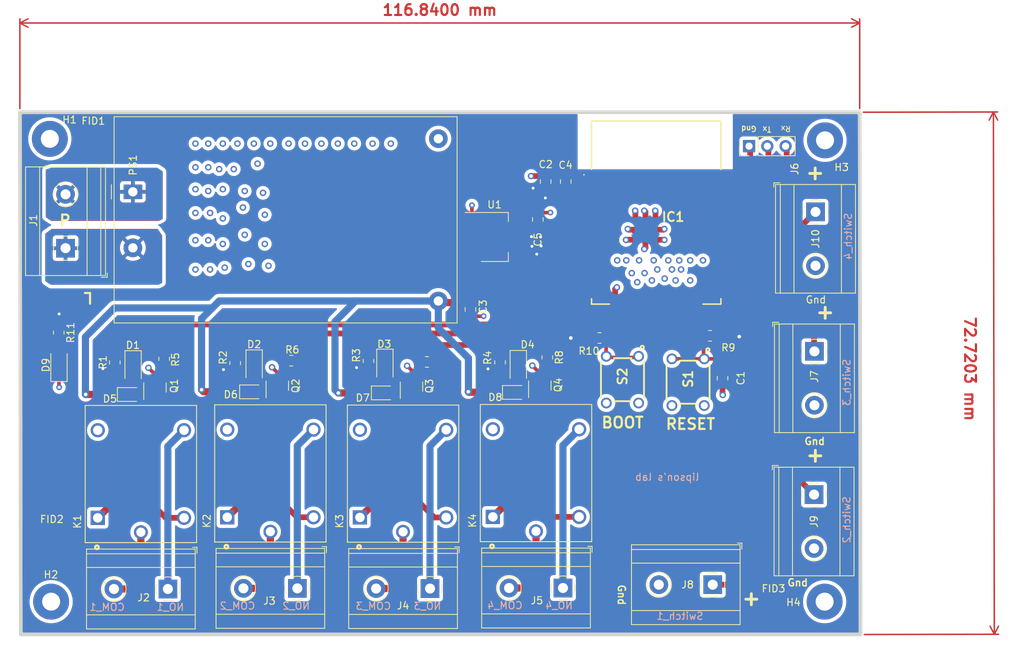
<source format=kicad_pcb>
(kicad_pcb (version 20221018) (generator pcbnew)
  (layers (0 "F.Cu" signal) (1 "In1.Cu" signal) (2 "In2.Cu" signal) (31 "B.Cu" signal) (34 "B.Paste" user) (35 "F.Paste" user) (36 "B.SilkS" user "B.Silkscreen") (37 "F.SilkS" user "F.Silkscreen") (38 "B.Mask" user) (39 "F.Mask" user) (44 "Edge.Cuts" user))
  (net 0 "")
  (net 1 "GND")
  (net 2 "/RESET")
  (net 3 "+3.3V")
  (net 4 "+5V")
  (net 5 "/Relay_1_T")
  (net 6 "/Relay_2_T")
  (net 7 "/Relay_3_T")
  (net 8 "/Relay_4_T")
  (net 9 "/EN")
  (net 12 "/Relay_3")
  (net 13 "/Relay_4")
  (net 14 "/Relay_1")
  (net 15 "/Relay_2")
  (net 27 "/Switch_1")
  (net 28 "/Switch_2")
  (net 30 "/Switch_3")
  (net 31 "/Switch_4")
  (net 34 "/Rx")
  (net 35 "/Tx")
  (net 38 "/N_AC")
  (net 43 "/Relay_1_R")
  (net 44 "/Relay_2_R")
  (net 45 "/Relay_3_R")
  (net 46 "/Relay_4_R")
  (net 51 "/Led_1")
  (net 52 "/Led_2")
  (net 53 "/Led_3")
  (net 54 "/Led_4")
  (net 55 "/NO_1")
  (net 56 "/COM_1")
  (net 57 "/NO_2")
  (net 58 "/COM_2")
  (net 59 "/NO_3")
  (net 60 "/COM_3")
  (net 61 "/NO_4")
  (net 62 "/COM_4")
  (net 63 "/P_AC")
  (net 64 "Net-(D9-A)")
  (footprint "Diode_SMD:D_0805_2012Metric" (layer "F.Cu") (at 136.1034 84.9372)
    (fp_text reference "D8")
    (fp_text value "D")
  )
  (footprint "Resistor_SMD:R_0805_2012Metric" (layer "F.Cu") (at 115.7672 80.5634 90)
    (fp_text reference "R3")
    (fp_text value "330")
  )
  (footprint "Capacitor_SMD:C_0805_2012Metric" (layer "F.Cu") (at 165.0234 82.9552 90)
    (fp_text reference "C1")
    (fp_text value "0.1uF")
  )
  (footprint "Fiducial:Fiducial_1.5mm_Mask3mm" (layer "F.Cu") (at 172.1206 114.7318)
    (fp_text reference "FID3")
    (fp_text value "Fiducial")
  )
  (footprint "Capacitor_SMD:C_0805_2012Metric" (layer "F.Cu") (at 139.3292 60.8584 90)
    (fp_text reference "C5")
    (fp_text value "10nF 10V")
  )
  (footprint "Capacitor_SMD:C_0805_2012Metric" (layer "F.Cu") (at 129.9566 73.3806 -90)
    (fp_text reference "C3")
    (fp_text value "10nF 10V")
  )
  (footprint "Package_TO_SOT_SMD:SOT-23" (layer "F.Cu") (at 121.7524 84.1248 90)
    (fp_text reference "Q3")
    (fp_text value "PNP_Transistor")
  )
  (footprint "Capacitor_SMD:C_0805_2012Metric" (layer "F.Cu") (at 140.4214 55.5752 90)
    (fp_text reference "C2")
    (fp_text value "22uF 10V")
  )
  (footprint "Resistor_SMD:R_0805_2012Metric" (layer "F.Cu") (at 140.65 80.0627 -90)
    (fp_text reference "R8")
    (fp_text value "2.2K")
  )
  (footprint "Converter_ACDC:Converter_ACDC_HiLink_HLK-10Mxx" (layer "F.Cu") (at 82.9869 57.0092)
    (fp_text reference "PS1")
    (fp_text value "HLK-10M05")
  )
  (footprint "FSM4JH_Tactile_Switch:FSM4JH" (layer "F.Cu") (at 160.2334 83.5152 -90)
    (fp_text reference "S1")
    (fp_text value "FSM4JH" hide)
  )
  (footprint "Package_TO_SOT_SMD:SOT-23" (layer "F.Cu") (at 139.6086 83.9724 90)
    (fp_text reference "Q4")
    (fp_text value "PNP_Transistor")
  )
  (footprint "LED_SMD:LED_1206_3216Metric" (layer "F.Cu") (at 99.8576 81.3054 -90)
    (fp_text reference "D2")
    (fp_text value "LED")
  )
  (footprint "Capacitor_SMD:C_0805_2012Metric" (layer "F.Cu") (at 143.2154 55.5752 90)
    (fp_text reference "C4")
    (fp_text value "100nF 10V")
  )
  (footprint "Resistor_SMD:R_0805_2012Metric" (layer "F.Cu") (at 72.6796 76.6064 -90)
    (fp_text reference "R11")
    (fp_text value "330")
  )
  (footprint "MountingHole:MountingHole_2.5mm_Pad" (layer "F.Cu") (at 71.6128 114.0714)
    (fp_text reference "H2")
    (fp_text value "MountingHole_Pad")
  )
  (footprint "RELAY_SRD-05VDC-SL-C:RELAY_SRD-05VDC-SL-C" (layer "F.Cu") (at 139.0752 96.167 90)
    (fp_text reference "K4")
    (fp_text value "SRD-05VDC-SL-C")
  )
  (footprint "RELAY_SRD-05VDC-SL-C:RELAY_SRD-05VDC-SL-C" (layer "F.Cu") (at 120.5784 96.2446 90)
    (fp_text reference "K3")
    (fp_text value "SRD-05VDC-SL-C")
  )
  (footprint "TerminalBlock_MetzConnect:TerminalBlock_MetzConnect_Type175_RT02702HBLC_1x02_P7.50mm_Horizontal" (layer "F.Cu") (at 163.6624 111.7092 180)
    (fp_text reference "J8")
    (fp_text value "Screw_Terminal_01x02")
  )
  (footprint "ESP32-WROOM-32E-N8:ESP32WROOM32EN8" (layer "F.Cu") (at 155.8014 59.8932)
    (fp_text reference "IC1")
    (fp_text value "ESP32-WROOM-32E-N8" hide)
  )
  (footprint "TerminalBlock_MetzConnect:TerminalBlock_MetzConnect_Type175_RT02702HBLC_1x02_P7.50mm_Horizontal" (layer "F.Cu") (at 177.7594 99.1616 -90)
    (fp_text reference "J9")
    (fp_text value "Screw_Terminal_01x02")
  )
  (footprint "Resistor_SMD:R_0805_2012Metric" (layer "F.Cu") (at 97.216 80.8482 90)
    (fp_text reference "R2")
    (fp_text value "330")
  )
  (footprint "Package_TO_SOT_SMD:SOT-23" (layer "F.Cu") (at 103.0834 83.9978 90)
    (fp_text reference "Q2")
    (fp_text value "PNP_Transistor")
  )
  (footprint "Resistor_SMD:R_0805_2012Metric" (layer "F.Cu") (at 163.2944 77.055 180)
    (fp_text reference "R9")
    (fp_text value "10K")
  )
  (footprint "RELAY_SRD-05VDC-SL-C:RELAY_SRD-05VDC-SL-C" (layer "F.Cu") (at 102.1182 96.2178 90)
    (fp_text reference "K2")
    (fp_text value "SRD-05VDC-SL-C")
  )
  (footprint "MountingHole:MountingHole_2.5mm_Pad" (layer "F.Cu") (at 179.2326 114.0714)
    (fp_text reference "H4")
    (fp_text value "MountingHole_Pad")
  )
  (footprint "Fiducial:Fiducial_1.5mm_Mask3mm" (layer "F.Cu") (at 77.3024 49.3522)
    (fp_text reference "FID1")
    (fp_text value "Fiducial")
  )
  (footprint "MountingHole:MountingHole_2.5mm_Pad" (layer "F.Cu") (at 71.435 49.6316)
    (fp_text reference "H1")
    (fp_text value "MountingHole_Pad")
  )
  (footprint "TerminalBlock_MetzConnect:TerminalBlock_MetzConnect_Type175_RT02702HBLC_1x02_P7.50mm_Horizontal" (layer "F.Cu") (at 87.854 112.3066 180)
    (fp_text reference "J2")
    (fp_text value "Relay_1")
  )
  (footprint "Package_TO_SOT_SMD:SOT-23" (layer "F.Cu") (at 86.061 84.2495 90)
    (fp_text reference "Q1")
    (fp_text value "PNP_Transistor")
  )
  (footprint "Diode_SMD:D_0805_2012Metric" (layer "F.Cu") (at 82.5094 85.2262)
    (fp_text reference "D5")
    (fp_text value "D")
  )
  (footprint "Resistor_SMD:R_0805_2012Metric" (layer "F.Cu") (at 80.4774 80.7577 90)
    (fp_text reference "R1")
    (fp_text value "150")
  )
  (footprint "Diode_SMD:D_0805_2012Metric" (layer "F.Cu") (at 117.85 85.0054)
    (fp_text reference "D7")
    (fp_text value "D")
  )
  (footprint "TerminalBlock_MetzConnect:TerminalBlock_MetzConnect_Type175_RT02702HBLC_1x02_P7.50mm_Horizontal" (layer "F.Cu") (at 73.6194 64.8532 90)
    (fp_text reference "J1")
    (fp_text value "Input")
  )
  (footprint "LED_SMD:LED_1206_3216Metric" (layer "F.Cu") (at 118.0532 81.1954 -90)
    (fp_text reference "D3")
    (fp_text value "LED")
  )
  (footprint "TerminalBlock_MetzConnect:TerminalBlock_MetzConnect_Type175_RT02702HBLC_1x02_P7.50mm_Horizontal" (layer "F.Cu") (at 105.8682 112.2198 180)
    (fp_text reference "J3")
    (fp_text value "Relay_2")
  )
  (footprint "TerminalBlock_MetzConnect:TerminalBlock_MetzConnect_Type175_RT02702HBLC_1x02_P7.50mm_Horizontal" (layer "F.Cu") (at 177.8102 79.2226 -90)
    (fp_text reference "J7")
    (fp_text value "Screw_Terminal_01x02")
  )
  (footprint "LED_SMD:LED_1206_3216Metric" (layer "F.Cu") (at 83.0174 81.4162 -90)
    (fp_text reference "D1")
    (fp_text value "LED")
  )
  (footprint "Diode_SMD:D_0805_2012Metric" (layer "F.Cu") (at 99.5274 84.8614)
    (fp_text reference "D6")
    (fp_text value "D")
  )
  (footprint "MountingHole:MountingHole_2.5mm_Pad" (layer "F.Cu") (at 179.2834 49.8348)
    (fp_text reference "H3")
    (fp_text value "MountingHole_Pad")
  )
  (footprint "Resistor_SMD:R_0805_2012Metric" (layer "F.Cu") (at 123.8952 80.6874 180)
    (fp_text reference "R7" hide)
    (fp_text value "2.2K")
  )
  (footprint "TerminalBlock_MetzConnect:TerminalBlock_MetzConnect_Type175_RT02702HBLC_1x02_P7.50mm_Horizontal" (layer "F.Cu") (at 142.8252 112.169 180)
    (fp_text reference "J5")
    (fp_text value "Relay_4")
  )
  (footprint "Resistor_SMD:R_0805_2012Metric" (layer "F.Cu") (at 87.3354 80.2497 90)
    (fp_text reference "R5")
    (fp_text value "2.2K")
  )
  (footprint "Resistor_SMD:R_0805_2012Metric" (layer "F.Cu") (at 147.9149 77.361)
    (fp_text reference "R10")
    (fp_text value "10K")
  )
  (footprint "Connector_PinHeader_2.54mm:PinHeader_1x03_P2.54mm_Vertical" (layer "F.Cu") (at 168.717 50.6476 90)
    (fp_text reference "J6")
    (fp_text value "Conn_01x03_Pin")
  )
  (footprint "TerminalBlock_MetzConnect:TerminalBlock_MetzConnect_Type175_RT02702HBLC_1x02_P7.50mm_Horizontal" (layer "F.Cu") (at 177.9626 59.8008 -90)
    (fp_text reference "J10")
    (fp_text value "Screw_Terminal_01x02")
  )
  (footprint "Package_TO_SOT_SMD:SOT-223-3_TabPin2" (layer "F.Cu") (at 133.3094 63.2968)
    (fp_text reference "U1")
    (fp_text value "AMS1117-3.3")
  )
  (footprint "LED_SMD:LED_1206_3216Metric" (layer "F.Cu") (at 72.705 81.1325 90)
    (fp_text reference "D9")
    (fp_text value "ON_LED")
  )
  (footprint "LED_SMD:LED_1206_3216Metric" (layer "F.Cu") (at 136.6114 81.3812 -90)
    (fp_text reference "D4")
    (fp_text value "LED")
  )
  (footprint "Resistor_SMD:R_0805_2012Metric" (layer "F.Cu") (at 105.0138 80.518 180)
    (fp_text reference "R6")
    (fp_text value "2.2K")
  )
  (footprint "RELAY_SRD-05VDC-SL-C:RELAY_SRD-05VDC-SL-C" (layer "F.Cu") (at 84.104 96.3006 90)
    (fp_text reference "K1")
    (fp_text value "SRD-05VDC-SL-C")
  )
  (footprint "Fiducial:Fiducial_1.5mm_Mask3mm" (layer "F.Cu") (at 71.7144 105.0798)
    (fp_text reference "FID2")
    (fp_text value "Fiducial")
  )
  (footprint "TerminalBlock_MetzConnect:TerminalBlock_MetzConnect_Type175_RT02702HBLC_1x02_P7.50mm_Horizontal" (layer "F.Cu") (at 124.3284 112.2466 180)
    (fp_text reference "J4")
    (fp_text value "Relay_3")
  )
  (footprint "FSM4JH_Tactile_Switch:FSM4JH" (layer "F.Cu") (at 151.1042 83.1608 -90)
    (fp_text reference "S2")
    (fp_text value "FSM4JH" hide)
  )
  (footprint "Resistor_SMD:R_0805_2012Metric" (layer "F.Cu") (at 134.0714 80.7492 90)
    (fp_text reference "R4")
    (fp_text value "330")
  )
  (gr_line (start 67.2694 45.9232) (end 166.3294 45.9232) (stroke (width 0.5)) (layer "Edge.Cuts"))
  (gr_line (start 184.2364 118.6434) (end 67.3964 118.6434) (stroke (width 0.5)) (layer "Edge.Cuts"))
  (gr_line (start 184.1094 45.9232) (end 184.2364 118.6434) (stroke (width 0.5)) (layer "Edge.Cuts"))
  (gr_line (start 166.3294 45.9232) (end 184.1094 45.9232) (stroke (width 0.5)) (layer "Edge.Cuts"))
  (gr_line (start 67.3964 118.6434) (end 67.2694 45.9232) (stroke (width 0.5)) (layer "Edge.Cuts"))
  (gr_text "lipson's lab" (at 161.8844 97.3074) (layer "B.SilkS") (effects (font (size 1 1)) (justify left bottom mirror)))
  (gr_text "NO_1" (at 90.2 115.4176) (layer "B.SilkS") (effects (font (size 1 1)) (justify left bottom mirror)))
  (gr_text "NO_3" (at 125.9794 115.2746) (layer "B.SilkS") (effects (font (size 1 1)) (justify left bottom mirror)))
  (gr_text "COM_4" (at 137.2972 115.189) (layer "B.SilkS") (effects (font (size 1 1)) (justify left bottom mirror)))
  (gr_text "NO_2" (at 107.7062 115.2398) (layer "B.SilkS") (effects (font (size 1 1)) (justify left bottom mirror)))
  (gr_text "Switch_4" (at 183.0934 59.8424 90) (layer "B.SilkS") (effects (font (size 1 1)) (justify left bottom mirror)))
  (gr_text "Switch_1" (at 162.4524 116.6622) (layer "B.SilkS") (effects (font (size 1 1)) (justify left bottom mirror)))
  (gr_text "NO_4" (at 144.2822 115.189) (layer "B.SilkS") (effects (font (size 1 1)) (justify left bottom mirror)))
  (gr_text "COM_1" (at 81.945 115.4176) (layer "B.SilkS") (effects (font (size 1 1)) (justify left bottom mirror)))
  (gr_text "Switch_3" (at 182.8902 80.1878 90) (layer "B.SilkS") (effects (font (size 1 1)) (justify left bottom mirror)))
  (gr_text "COM_3" (at 118.9944 115.2746) (layer "B.SilkS") (effects (font (size 1 1)) (justify left bottom mirror)))
  (gr_text "COM_2" (at 100.0862 115.2398) (layer "B.SilkS") (effects (font (size 1 1)) (justify left bottom mirror)))
  (gr_text "Switch_2" (at 182.8902 99.314 90) (layer "B.SilkS") (effects (font (size 1 1)) (justify left bottom mirror)))
  (gr_text "Rx" (at 174.5844 47.7774 180) (layer "F.SilkS") (effects (font (size 0.75 0.75) (thickness 0.125)) (justify left bottom)))
  (gr_text "Gnd" (at 169.8346 47.7774 180) (layer "F.SilkS") (effects (font (size 0.75 0.75)) (justify left bottom)))
  (gr_text "+" (at 167.5324 114.7572) (layer "F.SilkS") (effects (font (size 2 2) (thickness 0.4) bold) (justify left bottom)))
  (gr_text "Gnd" (at 150.3874 111.5822 -90) (layer "F.SilkS") (effects (font (size 1 1) (thickness 0.2) bold) (justify left bottom)))
  (gr_text "Tx" (at 171.892 47.8536 180) (layer "F.SilkS") (effects (font (size 0.75 0.75)) (justify left bottom)))
  (gr_text "Gnd" (at 176.3116 92.329) (layer "F.SilkS") (effects (font (size 1 1) (thickness 0.2) bold) (justify left bottom)))
  (gr_text "Gnd" (at 173.9494 112.014) (layer "F.SilkS") (effects (font (size 1 1) (thickness 0.2) bold) (justify left bottom)))
  (gr_text "+" (at 176.4132 55.4736) (layer "F.SilkS") (effects (font (size 2 2) (thickness 0.4) bold) (justify left bottom)))
  (gr_text "Gnd" (at 176.5148 72.6186) (layer "F.SilkS") (effects (font (size 1 1) (thickness 0.15) bold) (justify left bottom)))
  (gr_text "+" (at 177.8102 74.8792) (layer "F.SilkS") (effects (font (size 2 2) (thickness 0.4) bold) (justify left bottom)))
  (gr_text "RESET" (at 156.972 90.2208) (layer "F.SilkS") (effects (font (size 1.5 1.5) (thickness 0.3) bold) (justify left bottom)))
  (gr_text "+" (at 176.4386 94.7928) (layer "F.SilkS") (effects (font (size 2 2) (thickness 0.4) bold) (justify left bottom)))
  (gr_text "L" (at 77.5818 70.8914 180) (layer "F.SilkS") (effects (font (size 1.5 1.5) (thickness 0.3) bold) (justify left bottom)))
  (gr_text "P" (at 72.6034 61.8744) (layer "F.SilkS") (effects (font (size 1.5 1.5) (thickness 0.3) bold) (justify left bottom)))
  (gr_text "BOOT" (at 148.0312 90.0176) (layer "F.SilkS") (effects (font (size 1.5 1.5) (thickness 0.3) bold) (justify left bottom)))
  (dimension (type aligned) (layer "F.Cu") (pts (xy 184.1094 45.9232) (xy 184.2364 118.6434)) (height -18.603873) (gr_text "72.7203 mm" (at 199.4662 81.661 270.1000624) (layer "F.Cu") (effects (font (size 1.5 1.5) (thickness 0.3)))) (format (prefix "") (suffix "") (units 3) (units_format 1) (precision 4)) (style (thickness 0.2) (arrow_length 1.27) (text_position_mode 2) (extension_height 0.58642) (extension_offset 0.5) keep_text_aligned))
  (dimension (type aligned) (layer "F.Cu") (pts (xy 67.2694 45.9232) (xy 184.1094 45.9232)) (height -12.4206) (gr_text "116.8400 mm" (at 125.6894 31.7026) (layer "F.Cu") (effects (font (size 1.5 1.5) (thickness 0.3)))) (format (prefix "") (suffix "") (units 3) (units_format 1) (precision 4)) (style (thickness 0.2) (arrow_length 1.27) (text_position_mode 0) (extension_height 0.58642) (extension_offset 0.5) keep_text_aligned))
  (segment (start 150.0864 72.3192) (end 150.0864 70.5482) (width 0.8) (layer "F.Cu") (net 1))
  (segment (start 139.3292 59.9084) (end 141.0666 59.9084) (width 0.5) (layer "F.Cu") (net 1))
  (segment (start 151.9514 62.2792) (end 151.8514 62.1792) (width 0.8) (layer "F.Cu") (net 1))
  (segment (start 154.3014 60.8792) (end 154.3014 59.8032) (width 0.8) (layer "F.Cu") (net 1))
  (segment (start 154.3014 64.8092) (end 154.1374 64.9732) (width 0.8) (layer "F.Cu") (net 1))
  (segment (start 155.7014 62.2792) (end 156.8314 62.2792) (width 0.8) (layer "F.Cu") (net 1))
  (segment (start 154.3014 63.6792) (end 154.3014 64.8092) (width 0.8) (layer "F.Cu") (net 1))
  (segment (start 140.2334 54.8132) (end 140.4214 54.6252) (width 0.8) (layer "F.Cu") (net 1))
  (segment (start 155.7014 63.6792) (end 156.9074 63.6792) (width 0.8) (layer "F.Cu") (net 1))
  (segment (start 152.9014 62.2792) (end 151.9514 62.2792) (width 0.8) (layer "F.Cu") (net 1))
  (segment (start 152.9014 59.6732) (end 152.8674 59.6392) (width 0.8) (layer "F.Cu") (net 1))
  (segment (start 152.9014 60.8792) (end 152.9014 59.6732) (width 0.8) (layer "F.Cu") (net 1))
  (segment (start 154.3014 59.8032) (end 154.1374 59.6392) (width 0.8) (layer "F.Cu") (net 1))
  (segment (start 139.6086 82.2452) (end 138.5672 81.2038) (width 0.5) (layer "F.Cu") (net 1))
  (segment (start 131.7752 74.3306) (end 131.7854 74.3204) (width 0.5) (layer "F.Cu") (net 1))
  (segment (start 143.2154 54.6252) (end 146.9854 54.6252) (width 0.8) (layer "F.Cu") (net 1))
  (segment (start 72.705 82.5325) (end 72.705 84.201) (width 0.5) (layer "F.Cu") (net 1))
  (segment (start 164.5514 54.5592) (end 167.3454 54.5592) (width 0.8) (layer "F.Cu") (net 1))
  (segment (start 121.7524 81.8388) (end 121.1428 81.2292) (width 0.5) (layer "F.Cu") (net 1))
  (segment (start 138.3894 54.8132) (end 140.2334 54.8132) (width 0.8) (layer "F.Cu") (net 1))
  (segment (start 155.7014 60.8792) (end 155.7014 59.6792) (width 0.8) (layer "F.Cu") (net 1))
  (segment (start 72.705 84.201) (end 72.7304 84.2264) (width 0.5) (layer "F.Cu") (net 1))
  (segment (start 130.1594 58.8776) (end 130.1598 58.8772) (width 0.5) (layer "F.Cu") (net 1))
  (segment (start 168.8694 53.0352) (end 168.8694 50.8) (width 0.8) (layer "F.Cu") (net 1))
  (segment (start 130.1594 60.9968) (end 130.1594 58.8776) (width 0.5) (layer "F.Cu") (net 1))
  (segment (start 151.6214 63.6792) (end 151.5974 63.7032) (width 0.8) (layer "F.Cu") (net 1))
  (segment (start 150.0864 70.5482) (end 150.3274 70.3072) (width 0.8) (layer "F.Cu") (net 1))
  (segment (start 155.7014 59.6792) (end 155.6614 59.6392) (width 0.8) (layer "F.Cu") (net 1))
  (segment (start 152.9014 63.6792) (end 151.6214 63.6792) (width 0.8) (layer "F.Cu") (net 1))
  (segment (start 165.0234 83.9052) (end 165.0234 85.2572) (width 0.8) (layer "F.Cu") (net 1))
  (segment (start 86.061 83.312) (end 86.061 82.4186) (width 0.5) (layer "F.Cu") (net 1))
  (segment (start 168.8694 50.8) (end 168.717 50.6476) (width 0.8) (layer "F.Cu") (net 1))
  (segment (start 103.0834 83.0603) (end 103.0834 82.169) (width 0.5) (layer "F.Cu") (net 1))
  (segment (start 167.3454 54.5592) (end 168.8694 53.0352) (width 0.8) (layer "F.Cu") (net 1))
  (segment (start 156.9074 63.6792) (end 156.9314 63.7032) (width 0.8) (layer "F.Cu") (net 1))
  (segment (start 154.3014 62.2792) (end 154.3014 60.8792) (width 0.8) (layer "F.Cu") (net 1))
  (segment (start 146.9854 54.6252) (end 147.0514 54.5592) (width 0.8) (layer "F.Cu") (net 1))
  (segment (start 156.8314 62.2792) (end 156.9314 62.1792) (width 0.8) (layer "F.Cu") (net 1))
  (segment (start 103.0834 82.169) (end 102.3468 81.4324) (width 0.5) (layer "F.Cu") (net 1))
  (segment (start 140.4214 54.6252) (end 143.2154 54.6252) (width 0.8) (layer "F.Cu") (net 1))
  (segment (start 165.0234 85.2572) (end 165.0594 85.2932) (width 0.8) (layer "F.Cu") (net 1))
  (segment (start 86.061 82.4186) (end 85.151 81.5086) (width 0.5) (layer "F.Cu") (net 1))
  (segment (start 129.9566 74.3306) (end 131.7752 74.3306) (width 0.5) (layer "F.Cu") (net 1))
  (segment (start 139.6086 83.0349) (end 139.6086 82.2452) (width 0.5) (layer "F.Cu") (net 1))
  (segment (start 121.7524 83.1873) (end 121.7524 81.8388) (width 0.5) (layer "F.Cu") (net 1))
  (segment (start 141.0666 59.9084) (end 141.0818 59.8932) (width 0.5) (layer "F.Cu") (net 1))
  (via (at 104.648 50.292) (size 0.9) (drill 0.5) (layers "F.Cu" "B.Cu") (net 1))
  (via (at 101.854 67.31) (size 0.9) (drill 0.5) (layers "F.Cu" "B.Cu") (net 1))
  (via (at 106.934 50.292) (size 0.9) (drill 0.5) (layers "F.Cu" "B.Cu") (net 1))
  (via (at 85.151 81.5086) (size 0.9) (drill 0.5) (layers "F.Cu" "B.Cu") (net 1))
  (via (at 94.996 53.848) (size 0.9) (drill 0.5) (layers "F.Cu" "B.Cu") (net 1))
  (via (at 153.162 69.596) (size 0.9) (drill 0.5) (layers "F.Cu" "B.Cu") (net 1))
  (via (at 151.638 66.548) (size 0.9) (drill 0.5) (layers "F.Cu" "B.Cu") (net 1))
  (via (at 93.472 56.896) (size 0.9) (drill 0.5) (layers "F.Cu" "B.Cu") (net 1))
  (via (at 155.194 69.342) (size 0.9) (drill 0.5) (layers "F.Cu" "B.Cu") (net 1))
  (via (at 109.22 50.292) (size 0.9) (drill 0.5) (layers "F.Cu" "B.Cu") (net 1))
  (via (at 98.552 62.992) (size 0.9) (drill 0.5) (layers "F.Cu" "B.Cu") (net 1))
  (via (at 138.3894 54.8132) (size 0.9) (drill 0.5) (layers "F.Cu" "B.Cu") (net 1))
  (via (at 102.108 50.292) (size 0.9) (drill 0.5) (layers "F.Cu" "B.Cu") (net 1))
  (via (at 150.368 66.548) (size 0.9) (drill 0.5) (layers "F.Cu" "B.Cu") (net 1))
  (via (at 95.758 67.564) (size 0.9) (drill 0.5) (layers "F.Cu" "B.Cu") (net 1))
  (via (at 91.694 59.944) (size 0.9) (drill 0.5) (layers "F.Cu" "B.Cu") (net 1))
  (via (at 93.472 50.292) (size 0.9) (drill 0.5) (layers "F.Cu" "B.Cu") (net 1))
  (via (at 151.8514 62.1792) (size 0.9) (drill 0.5) (layers "F.Cu" "B.Cu") (net 1))
  (via (at 151.5974 63.7032) (size 0.9) (drill 0.5) (layers "F.Cu" "B.Cu") (net 1))
  (via (at 95.504 60.706) (size 0.9) (drill 0.5) (layers "F.Cu" "B.Cu") (net 1))
  (via (at 101.346 64.262) (size 0.9) (drill 0.5) (layers "F.Cu" "B.Cu") (net 1))
  (via (at 72.7304 84.2264) (size 0.8) (drill 0.4) (layers "F.Cu" "B.Cu") (net 1))
  (via (at 93.472 63.754) (size 0.9) (drill 0.5) (layers "F.Cu" "B.Cu") (net 1))
  (via (at 101.092 57.15) (size 0.9) (drill 0.5) (layers "F.Cu" "B.Cu") (net 1))
  (via (at 154.1374 64.9732) (size 0.9) (drill 0.5) (layers "F.Cu" "B.Cu") (net 1))
  (via (at 138.5672 81.2038) (size 0.9) (drill 0.5) (layers "F.Cu" "B.Cu") (net 1))
  (via (at 121.1428 81.2292) (size 0.9) (drill 0.5) (layers "F.Cu" "B.Cu") (net 1))
  (via (at 118.872 50.292) (size 0.9) (drill 0.5) (layers "F.Cu" "B.Cu") (net 1))
  (via (at 153.416 66.548) (size 0.9) (drill 0.5) (layers "F.Cu" "B.Cu") (net 1))
  (via (at 130.1598 58.8772) (size 0.8) (drill 0.4) (layers "F.Cu" "B.Cu") (net 1))
  (via (at 113.792 50.292) (size 0.9) (drill 0.5) (layers "F.Cu" "B.Cu") (net 1))
  (via (at 111.506 50.292) (size 0.9) (drill 0.5) (layers "F.Cu" "B.Cu") (net 1))
  (via (at 156.9314 63.7032) (size 0.9) (drill 0.5) (layers "F.Cu" "B.Cu") (net 1))
  (via (at 155.448 66.548) (size 0.9) (drill 0.5) (layers "F.Cu" "B.Cu") (net 1))
  (via (at 95.504 56.642) (size 0.9) (drill 0.5) (layers "F.Cu" "B.Cu") (net 1))
  (via (at 93.726 67.818) (size 0.9) (drill 0.5) (layers "F.Cu" "B.Cu") (net 1))
  (via (at 154.178 68.326) (size 0.9) (drill 0.5) (layers "F.Cu" "B.Cu") (net 1))
  (via (at 162.306 66.548) (size 0.9) (drill 0.5) (layers "F.Cu" "B.Cu") (net 1))
  (via (at 91.694 67.818) (size 0.9) (drill 0.5) (layers "F.Cu" "B.Cu") (net 1))
  (via (at 159.004 66.548) (size 0.9) (drill 0.5) (layers "F.Cu" "B.Cu") (net 1))
  (via (at 101.346 60.198) (size 0.9) (drill 0.5) (layers "F.Cu" "B.Cu") (net 1))
  (via (at 97.536 50.292) (size 0.9) (drill 0.5) (layers "F.Cu" "B.Cu") (net 1))
  (via (at 141.0818 59.8932) (size 0.8) (drill 0.4) (layers "F.Cu" "B.Cu") (net 1))
  (via (at 159.258 67.818) (size 0.9) (drill 0.5) (layers "F.Cu" "B.Cu") (net 1))
  (via (at 160.528 66.548) (size 0.9) (drill 0.5) (layers "F.Cu" "B.Cu") (net 1))
  (via (at 91.694 53.594) (size 0.9) (drill 0.5) (layers "F.Cu" "B.Cu") (net 1))
  (via (at 157.988 67.818) (size 0.9) (drill 0.5) (layers "F.Cu" "B.Cu") (net 1))
  (via (at 102.3468 81.4324) (size 0.9) (drill 0.5) (layers "F.Cu" "B.Cu") (net 1))
  (via (at 91.694 56.642) (size 0.9) (drill 0.5) (layers "F.Cu" "B.Cu") (net 1))
  (via (at 116.332 50.292) (size 0.9) (drill 0.5) (layers "F.Cu" "B.Cu") (net 1))
  (via (at 97.028 53.848) (size 0.9) (drill 0.5) (layers "F.Cu" "B.Cu") (net 1))
  (via (at 131.7854 74.3204) (size 0.8) (drill 0.4) (layers "F.Cu" "B.Cu") (net 1))
  (via (at 156.972 69.088) (size 0.9) (drill 0.5) (layers "F.Cu" "B.Cu") (net 1))
  (via (at 152.8674 59.6392) (size 0.9) (drill 0.5) (layers "F.Cu" "B.Cu") (net 1))
  (via (at 93.726 59.944) (size 0.9) (drill 0.5) (layers "F.Cu" "B.Cu") (net 1))
  (via (at 155.6614 59.6392) (size 0.9) (drill 0.5) (layers "F.Cu" "B.Cu") (net 1))
  (via (at 150.3274 70.3072) (size 0.9) (drill 0.5) (layers "F.Cu" "B.Cu") (net 1))
  (via (at 93.472 53.594) (size 0.9) (drill 0.5) (layers "F.Cu" "B.Cu") (net 1))
  (via (at 157.48 66.548) (size 0.9) (drill 0.5) (layers "F.Cu" "B.Cu") (net 1))
  (via (at 156.9314 62.1792) (size 0.9) (drill 0.5) (layers "F.Cu" "B.Cu") (net 1))
  (via (at 100.33 53.086) (size 0.9) (drill 0.5) (layers "F.Cu" "B.Cu") (net 1))
  (via (at 158.496 69.342) (size 0.9) (drill 0.5) (layers "F.Cu" "B.Cu") (net 1))
  (via (at 95.504 50.292) (size 0.9) (drill 0.5) (layers "F.Cu" "B.Cu") (net 1))
  (via (at 95.504 64.262) (size 0.9) (drill 0.5) (layers "F.Cu" "B.Cu") (net 1))
  (via (at 165.0594 85.2932) (size 0.9) (drill 0.5) (layers "F.Cu" "B.Cu") (net 1))
  (via (at 91.694 50.292) (size 0.9) (drill 0.5) (layers "F.Cu" "B.Cu") (net 1))
  (via (at 99.822 50.292) (size 0.9) (drill 0.5) (layers "F.Cu" "B.Cu") (net 1))
  (via (at 155.956 67.818) (size 0.9) (drill 0.5) (layers "F.Cu" "B.Cu") (net 1))
  (via (at 99.06 67.056) (size 0.9) (drill 0.5) (layers "F.Cu" "B.Cu") (net 1))
  (via (at 152.4 68.326) (size 0.9) (drill 0.5) (layers "F.Cu" "B.Cu") (net 1))
  (via (at 91.694 63.754) (size 0.9) (drill 0.5) (layers "F.Cu" "B.Cu") (net 1))
  (via (at 154.1374 59.6392) (size 0.9) (drill 0.5) (layers "F.Cu" "B.Cu") (net 1))
  (via (at 160.528 69.342) (size 0.9) (drill 0.5) (layers "F.Cu" "B.Cu") (net 1))
  (via (at 98.298 59.182) (size 0.9) (drill 0.5) (layers "F.Cu" "B.Cu") (net 1))
  (via (at 98.552 56.896) (size 0.9) (drill 0.5) (layers "F.Cu" "B.Cu") (net 1))
  (segment (start 157.9834 80.2652) (end 162.4834 80.2652) (width 0.5) (layer "F.Cu") (net 2))
  (segment (start 164.5514 71.0692) (end 164.5514 73.3552) (width 0.5) (layer "F.Cu") (net 2))
  (segment (start 164.5514 73.3552) (end 162.5194 75.3872) (width 0.5) (layer "F.Cu") (net 2))
  (segment (start 162.5194 76.9175) (end 162.3819 77.055) (width 0.5) (layer "F.Cu") (net 2))
  (segment (start 162.3819 77.055) (end 162.3819 80.1637) (width 0.5) (layer "F.Cu") (net 2))
  (segment (start 164.4726 80.2652) (end 165.0234 80.816) (width 0.5) (layer "F.Cu") (net 2))
  (segment (start 162.3819 80.1637) (end 162.4834 80.2652) (width 0.5) (layer "F.Cu") (net 2))
  (segment (start 162.5194 75.3872) (end 162.5194 76.9175) (width 0.5) (layer "F.Cu") (net 2))
  (segment (start 165.0234 80.816) (end 165.0234 82.0052) (width 0.5) (layer "F.Cu") (net 2))
  (segment (start 162.4834 80.2652) (end 164.4726 80.2652) (width 0.5) (layer "F.Cu") (net 2))
  (segment (start 134.0714 81.6617) (end 132.3957 81.6617) (width 0.5) (layer "F.Cu") (net 3))
  (segment (start 140.4214 57.8104) (end 140.3706 57.8612) (width 0.5) (layer "F.Cu") (net 3))
  (segment (start 114.1143 81.4759) (end 114.107 81.4832) (width 0.5) (layer "F.Cu") (net 3))
  (segment (start 164.3171 77.1652) (end 164.2069 77.055) (width 1) (layer "F.Cu") (net 3))
  (segment (start 138.7044 56.5252) (end 138.6688 56.4896) (width 0.5) (layer "F.Cu") (net 3))
  (segment (start 140.4214 56.5252) (end 138.7044 56.5252) (width 0.5) (layer "F.Cu") (net 3))
  (segment (start 144.8054 56.5252) (end 143.2154 56.5252) (width 0.8) (layer "F.Cu") (net 3))
  (segment (start 95.5923 81.7607) (end 95.5904 81.7626) (width 0.5) (layer "F.Cu") (net 3))
  (segment (start 140.4214 56.5252) (end 143.2154 56.5252) (width 0.5) (layer "F.Cu") (net 3))
  (segment (start 72.6796 75.6939) (end 72.6796 74.0664) (width 0.5) (layer "F.Cu") (net 3))
  (segment (start 80.4774 81.6702) (end 78.861 81.6702) (width 0.5) (layer "F.Cu") (net 3))
  (segment (start 140.4214 56.5252) (end 140.4214 57.8104) (width 0.5) (layer "F.Cu") (net 3))
  (segment (start 132.3957 81.6617) (end 132.395 81.661) (width 0.5) (layer "F.Cu") (net 3))
  (segment (start 143.9192 77.361) (end 147.0024 77.361) (width 1) (layer "F.Cu") (net 3))
  (segment (start 147.0514 55.8292) (end 145.5014 55.8292) (width 0.8) (layer "F.Cu") (net 3))
  (segment (start 97.216 81.7607) (end 95.5923 81.7607) (width 0.5) (layer "F.Cu") (net 3))
  (segment (start 145.5014 55.8292) (end 144.8054 56.5252) (width 0.8) (layer "F.Cu") (net 3))
  (segment (start 72.6796 74.0664) (end 72.7304 74.0156) (width 0.5) (layer "F.Cu") (net 3))
  (segment (start 78.861 81.6702) (end 78.8264 81.6356) (width 0.5) (layer "F.Cu") (net 3))
  (segment (start 115.7672 81.4759) (end 114.1143 81.4759) (width 0.5) (layer "F.Cu") (net 3))
  (segment (start 167.3454 77.1652) (end 164.3171 77.1652) (width 1) (layer "F.Cu") (net 3))
  (via (at 132.395 81.661) (size 0.8) (drill 0.4) (layers "F.Cu" "B.Cu") (net 3))
  (via (at 138.6688 56.4896) (size 0.8) (drill 0.4) (layers "F.Cu" "B.Cu") (net 3))
  (via (at 139.1768 65.6844) (size 0.8) (drill 0.4) (layers "F.Cu" "B.Cu") (net 3))
  (via (at 72.7304 74.0156) (size 0.8) (drill 0.4) (layers "F.Cu" "B.Cu") (net 3))
  (via (at 143.9192 77.361) (size 0.9) (drill 0.5) (layers "F.Cu" "B.Cu") (net 3))
  (via (at 140.3706 57.8612) (size 0.8) (drill 0.4) (layers "F.Cu" "B.Cu") (net 3))
  (via (at 114.107 81.4832) (size 0.8) (drill 0.4) (layers "F.Cu" "B.Cu") (net 3))
  (via (at 138.4402 63.246) (size 0.8) (drill 0.4) (layers "F.Cu" "B.Cu") (net 3))
  (via (at 167.3454 77.1652) (size 0.9) (drill 0.5) (layers "F.Cu" "B.Cu") (net 3))
  (via (at 139.7102 63.2968) (size 0.8) (drill 0.4) (layers "F.Cu" "B.Cu") (net 3))
  (via (at 78.8264 81.6356) (size 0.8) (drill 0.4) (layers "F.Cu" "B.Cu") (net 3))
  (via (at 138.5164 64.5922) (size 0.8) (drill 0.4) (layers "F.Cu" "B.Cu") (net 3))
  (via (at 139.7864 64.5414) (size 0.8) (drill 0.4) (layers "F.Cu" "B.Cu") (net 3))
  (via (at 95.5904 81.7626) (size 0.8) (drill 0.4) (layers "F.Cu" "B.Cu") (net 3))
  (segment (start 129.9566 66.1552) (end 130.5404 65.5714) (width 1) (layer "F.Cu") (net 4))
  (segment (start 98.5645 84.836) (end 98.5899 84.8614) (width 1) (layer "F.Cu") (net 4))
  (segment (start 116.9518 99.1501) (end 116.9887 99.187) (width 1) (layer "F.Cu") (net 4))
  (segment (start 116.9887 99.187) (end 116.9887 99.9343) (width 1) (layer "F.Cu") (net 4))
  (segment (start 135.1409 84.9122) (end 135.1659 84.9372) (width 1) (layer "F.Cu") (net 4))
  (segment (start 135.1659 100.1763) (end 133.0752 102.267) (width 1) (layer "F.Cu") (net 4))
  (segment (start 76.4134 85.217) (end 81.5627 85.217) (width 1) (layer "F.Cu") (net 4))
  (segment (start 92.5424 84.5566) (end 92.8218 84.836) (width 1) (layer "F.Cu") (net 4))
  (segment (start 135.1659 99.8207) (end 135.1659 100.1763) (width 1) (layer "F.Cu") (net 4))
  (segment (start 125.4869 72.4632) (end 125.4869 72.2092) (width 1) (layer "F.Cu") (net 4))
  (segment (start 98.5368 84.9145) (end 98.5368 99.8992) (width 1) (layer "F.Cu") (net 4))
  (segment (start 98.5899 84.8614) (end 98.5368 84.9145) (width 1) (layer "F.Cu") (net 4))
  (segment (start 116.9887 99.9343) (end 114.5784 102.3446) (width 1) (layer "F.Cu") (net 4))
  (segment (start 116.9518 85.0447) (end 116.9518 99.1501) (width 1) (layer "F.Cu") (net 4))
  (segment (start 116.9041 85.0138) (end 116.9125 85.0054) (width 1) (layer "F.Cu") (net 4))
  (segment (start 125.7083 72.4306) (end 129.9566 72.4306) (width 1) (layer "F.Cu") (net 4))
  (segment (start 135.1659 84.9372) (end 135.1659 99.8207) (width 1) (layer "F.Cu") (net 4))
  (segment (start 98.5368 99.8992) (end 96.1182 102.3178) (width 1) (layer "F.Cu") (net 4))
  (segment (start 111.567 85.0138) (end 116.9041 85.0138) (width 1) (layer "F.Cu") (net 4))
  (segment (start 81.5719 85.2262) (end 81.5719 98.7915) (width 1) (layer "F.Cu") (net 4))
  (segment (start 81.5627 85.217) (end 81.5719 85.2262) (width 1) (layer "F.Cu") (net 4))
  (segment (start 129.9566 72.4306) (end 129.9566 66.1552) (width 1) (layer "F.Cu") (net 4))
  (segment (start 129.728 84.9122) (end 135.1409 84.9122) (width 1) (layer "F.Cu") (net 4))
  (segment (start 125.4869 72.2092) (end 125.7083 72.4306) (width 1) (layer "F.Cu") (net 4))
  (segment (start 116.9125 85.0054) (end 116.9518 85.0447) (width 1) (layer "F.Cu") (net 4))
  (segment (start 81.5719 98.9327) (end 78.104 102.4006) (width 1) (layer "F.Cu") (net 4))
  (segment (start 92.8218 84.836) (end 98.5645 84.836) (width 1) (layer "F.Cu") (net 4))
  (segment (start 129.6518 84.836) (end 129.728 84.9122) (width 1) (layer "F.Cu") (net 4))
  (via (at 76.4134 85.217) (size 0.9) (drill 0.5) (layers "F.Cu" "B.Cu") (net 4))
  (via (at 111.567 85.0138) (size 0.9) (drill 0.5) (layers "F.Cu" "B.Cu") (net 4))
  (via (at 129.6518 84.836) (size 0.9) (drill 0.5) (layers "F.Cu" "B.Cu") (net 4))
  (via (at 92.5424 84.5566) (size 0.9) (drill 0.5) (layers "F.Cu" "B.Cu") (net 4))
  (segment (start 125.4869 75.9721) (end 125.4869 72.2092) (width 1) (layer "B.Cu") (net 4))
  (segment (start 125.4869 72.2092) (end 113.98 72.2092) (width 1) (layer "B.Cu") (net 4))
  (segment (start 76.388 77.216) (end 80.4266 73.1774) (width 1) (layer "B.Cu") (net 4))
  (segment (start 111.1098 84.5566) (end 111.1098 75.0794) (width 1) (layer "B.Cu") (net 4))
  (segment (start 76.388 85.1916) (end 76.388 77.216) (width 1) (layer "B.Cu") (net 4))
  (segment (start 111.567 85.0138) (end 111.1098 84.5566) (width 1) (layer "B.Cu") (net 4))
  (segment (start 80.4266 73.1774) (end 94.038 73.1774) (width 1) (layer "B.Cu") (net 4))
  (segment (start 129.6518 84.836) (end 129.6772 84.8106) (width 1) (layer "B.Cu") (net 4))
  (segment (start 129.6772 84.8106) (end 129.6772 80.1624) (width 1) (layer "B.Cu") (net 4))
  (segment (start 95.0062 72.2092) (end 113.98 72.2092) (width 1) (layer "B.Cu") (net 4))
  (segment (start 111.1098 75.0794) (end 113.98 72.2092) (width 1) (layer "B.Cu") (net 4))
  (segment (start 92.5424 84.5566) (end 92.5424 74.673) (width 1) (layer "B.Cu") (net 4))
  (segment (start 76.4134 85.217) (end 76.388 85.1916) (width 1) (layer "B.Cu") (net 4))
  (segment (start 92.5424 74.673) (end 95.0062 72.2092) (width 1) (layer "B.Cu") (net 4))
  (segment (start 129.6772 80.1624) (end 125.4869 75.9721) (width 1) (layer "B.Cu") (net 4))
  (segment (start 83.4861 85.187) (end 83.4469 85.2262) (width 0.5) (layer "F.Cu") (net 5))
  (segment (start 85.111 86.614) (end 85.111 85.187) (width 0.5) (layer "F.Cu") (net 5))
  (segment (start 85.111 85.187) (end 83.4861 85.187) (width 0.5) (layer "F.Cu") (net 5))
  (segment (start 83.0174 84.7967) (end 83.4469 85.2262) (width 0.8) (layer "F.Cu") (net 5))
  (segment (start 85.111 86.614) (end 85.111 99.9476) (width 0.8) (layer "F.Cu") (net 5))
  (segment (start 83.0174 82.8162) (end 83.0174 84.7967) (width 0.8) (layer "F.Cu") (net 5))
  (segment (start 85.111 99.9476) (end 87.564 102.4006) (width 0.8) (layer "F.Cu") (net 5))
  (segment (start 87.564 102.4006) (end 90.104 102.4006) (width 0.8) (layer "F.Cu") (net 5))
  (segment (start 100.5388 84.9353) (end 100.4649 84.8614) (width 0.5) (layer "F.Cu") (net 6))
  (segment (start 105.8322 102.3178) (end 108.1182 102.3178) (width 0.8) (layer "F.Cu") (net 6))
  (segment (start 102.1334 84.9353) (end 100.5388 84.9353) (width 0.5) (layer "F.Cu") (net 6))
  (segment (start 99.8576 82.7054) (end 99.8576 84.2541) (width 0.8) (layer "F.Cu") (net 6))
  (segment (start 99.8576 84.2541) (end 100.4649 84.8614) (width 0.8) (layer "F.Cu") (net 6))
  (segment (start 102.1436 86.5784) (end 102.1436 98.6292) (width 0.8) (layer "F.Cu") (net 6))
  (segment (start 102.1334 86.68) (end 102.1334 85.0798) (width 0.5) (layer "F.Cu") (net 6))
  (segment (start 102.1436 98.6292) (end 105.8322 102.3178) (width 0.8) (layer "F.Cu") (net 6))
  (segment (start 102.1334 86.68) (end 102.1334 84.9353) (width 0.5) (layer "F.Cu") (net 6))
  (segment (start 124.9284 102.3446) (end 126.5784 102.3446) (width 0.8) (layer "F.Cu") (net 7))
  (segment (start 118.0532 82.5954) (end 118.0532 84.2711) (width 0.8) (layer "F.Cu") (net 7))
  (segment (start 120.8024 86.4972) (end 120.838 86.5328) (width 0.8) (layer "F.Cu") (net 7))
  (segment (start 118.0532 84.2711) (end 118.7875 85.0054) (width 0.8) (layer "F.Cu") (net 7))
  (segment (start 120.838 98.2542) (end 124.9284 102.3446) (width 0.8) (layer "F.Cu") (net 7))
  (segment (start 118.8444 85.0623) (end 118.7875 85.0054) (width 0.5) (layer "F.Cu") (net 7))
  (segment (start 120.8024 85.0623) (end 118.8444 85.0623) (width 0.5) (layer "F.Cu") (net 7))
  (segment (start 120.838 86.5328) (end 120.838 98.2542) (width 0.8) (layer "F.Cu") (net 7))
  (segment (start 120.8024 85.0623) (end 120.8024 86.4972) (width 0.5) (layer "F.Cu") (net 7))
  (segment (start 141.2652 102.267) (end 145.0752 102.267) (width 0.8) (layer "F.Cu") (net 8))
  (segment (start 136.6114 84.5077) (end 137.0409 84.9372) (width 0.8) (layer "F.Cu") (net 8))
  (segment (start 138.6586 84.9099) (end 137.0682 84.9099) (width 0.5) (layer "F.Cu") (net 8))
  (segment (start 137.0682 84.9099) (end 137.0409 84.9372) (width 0.5) (layer "F.Cu") (net 8))
  (segment (start 138.6586 86.4616) (end 138.6586 99.6604) (width 0.8) (layer "F.Cu") (net 8))
  (segment (start 138.6586 99.6604) (end 141.2652 102.267) (width 0.8) (layer "F.Cu") (net 8))
  (segment (start 138.6586 86.4616) (end 138.6586 84.9099) (width 0.5) (layer "F.Cu") (net 8))
  (segment (start 136.6114 82.7812) (end 136.6114 84.5077) (width 0.8) (layer "F.Cu") (net 8))
  (segment (start 148.1938 57.0992) (end 148.8274 57.7328) (width 0.5) (layer "F.Cu") (net 9))
  (segment (start 148.7804 77.314) (end 148.8274 77.361) (width 0.5) (layer "F.Cu") (net 9))
  (segment (start 148.7526 80.0632) (end 153.2526 80.0632) (width 0.5) (layer "F.Cu") (net 9))
  (segment (start 148.8274 77.361) (end 148.8274 79.9884) (width 0.5) (layer "F.Cu") (net 9))
  (segment (start 147.0514 57.0992) (end 148.1938 57.0992) (width 0.5) (layer "F.Cu") (net 9))
  (segment (start 148.8274 79.9884) (end 148.7526 80.0632) (width 0.5) (layer "F.Cu") (net 9))
  (segment (start 148.8274 57.7328) (end 148.8274 77.361) (width 0.5) (layer "F.Cu") (net 9))
  (segment (start 145.148 68.6032) (end 135.4176 78.3336) (width 0.8) (layer "F.Cu") (net 12))
  (segment (start 135.4176 78.3336) (end 125.664 78.3336) (width 0.8) (layer "F.Cu") (net 12))
  (segment (start 125.664 78.3336) (end 124.8077 79.1899) (width 0.8) (layer "F.Cu") (net 12))
  (segment (start 147.0514 68.6032) (end 145.148 68.6032) (width 0.8) (layer "F.Cu") (net 12))
  (segment (start 124.8077 79.1899) (end 124.8077 80.6874) (width 0.8) (layer "F.Cu") (net 12))
  (segment (start 140.65 75.42536) (end 140.65 79.1502) (width 0.8) (layer "F.Cu") (net 13))
  (segment (start 146.20216 69.8732) (end 140.65 75.42536) (width 0.8) (layer "F.Cu") (net 13))
  (segment (start 147.0514 69.8732) (end 146.20216 69.8732) (width 0.8) (layer "F.Cu") (net 13))
  (segment (start 91.192 75.4806) (end 87.3354 79.3372) (width 0.8) (layer "F.Cu") (net 14))
  (segment (start 143.282659 66.0632) (end 133.865259 75.4806) (width 0.8) (layer "F.Cu") (net 14))
  (segment (start 147.0514 66.0632) (end 143.282659 66.0632) (width 0.8) (layer "F.Cu") (net 14))
  (segment (start 133.865259 75.4806) (end 91.192 75.4806) (width 0.8) (layer "F.Cu") (net 14))
  (segment (start 147.0514 67.3332) (end 144.28889 67.3332) (width 0.8) (layer "F.Cu") (net 15))
  (segment (start 108.2142 76.7334) (end 105.9263 79.0213) (width 0.8) (layer "F.Cu") (net 15))
  (segment (start 105.9263 79.0213) (end 105.9263 80.518) (width 0.8) (layer "F.Cu") (net 15))
  (segment (start 144.28889 67.3332) (end 134.88869 76.7334) (width 0.8) (layer "F.Cu") (net 15))
  (segment (start 134.88869 76.7334) (end 108.2142 76.7334) (width 0.8) (layer "F.Cu") (net 15))
  (segment (start 168.0404 111.7092) (end 163.6624 111.7092) (width 0.8) (layer "F.Cu") (net 27))
  (segment (start 170.1394 72.0598) (end 170.1394 109.6102) (width 0.8) (layer "F.Cu") (net 27))
  (segment (start 166.6828 68.6032) (end 170.1394 72.0598) (width 0.8) (layer "F.Cu") (net 27))
  (segment (start 164.5514 68.6032) (end 166.6828 68.6032) (width 0.8) (layer "F.Cu") (net 27))
  (segment (start 170.1394 109.6102) (end 168.0404 111.7092) (width 0.8) (layer "F.Cu") (net 27))
  (segment (start 173.9494 73.8632) (end 173.9494 95.3516) (width 0.8) (layer "F.Cu") (net 28))
  (segment (start 173.9494 95.3516) (end 177.7594 99.1616) (width 0.8) (layer "F.Cu") (net 28))
  (segment (start 164.5514 67.3332) (end 167.4194 67.3332) (width 0.8) (layer "F.Cu") (net 28))
  (segment (start 167.4194 67.3332) (end 173.9494 73.8632) (width 0.8) (layer "F.Cu") (net 28))
  (segment (start 177.7594 79.1718) (end 177.8102 79.2226) (width 0.8) (layer "F.Cu") (net 30))
  (segment (start 177.7594 74.4982) (end 177.7594 79.1718) (width 0.8) (layer "F.Cu") (net 30))
  (segment (start 164.5514 64.7932) (end 168.0544 64.7932) (width 0.8) (layer "F.Cu") (net 30))
  (segment (start 168.0544 64.7932) (end 177.7594 74.4982) (width 0.8) (layer "F.Cu") (net 30))
  (segment (start 174.2402 63.5232) (end 177.9626 59.8008) (width 0.8) (layer "F.Cu") (net 31))
  (segment (start 164.5514 63.5232) (end 174.2402 63.5232) (width 0.8) (layer "F.Cu") (net 31))
  (segment (start 173.9494 54.1782) (end 173.9494 50.8) (width 0.8) (layer "F.Cu") (net 34))
  (segment (start 164.5514 59.7132) (end 164.5514 59.7662) (width 0.8) (layer "F.Cu") (net 34))
  (segment (start 164.5514 59.7662) (end 168.3614 59.7662) (width 0.8) (layer "F.Cu") (net 34))
  (segment (start 173.9494 50.8) (end 173.797 50.6476) (width 0.8) (layer "F.Cu") (net 34))
  (segment (start 168.3614 59.7662) (end 173.9494 54.1782) (width 0.8) (layer "F.Cu") (net 34))
  (segment (start 167.1444 58.4432) (end 164.5514 58.4432) (width 0.8) (layer "F.Cu") (net 35))
  (segment (start 171.4094 54.1782) (end 167.1444 58.4432) (width 0.8) (layer "F.Cu") (net 35))
  (segment (start 171.4094 50.8) (end 171.4094 54.1782) (width 0.8) (layer "F.Cu") (net 35))
  (segment (start 171.257 50.6476) (end 171.4094 50.8) (width 0.8) (layer "F.Cu") (net 35))
  (segment (start 87.437 81.2638) (end 87.3354 81.1622) (width 0.8) (layer "F.Cu") (net 43))
  (segment (start 87.011 85.187) (end 87.011 81.4866) (width 0.5) (layer "F.Cu") (net 43))
  (segment (start 87.011 81.4866) (end 87.3354 81.1622) (width 0.5) (layer "F.Cu") (net 43))
  (segment (start 104.1013 80.518) (end 104.1013 84.8674) (width 0.5) (layer "F.Cu") (net 44))
  (segment (start 104.1013 84.8674) (end 104.0334 84.9353) (width 0.5) (layer "F.Cu") (net 44))
  (segment (start 122.7024 80.9677) (end 122.9827 80.6874) (width 0.5) (layer "F.Cu") (net 45))
  (segment (start 122.7024 85.0623) (end 122.7024 80.9677) (width 0.5) (layer "F.Cu") (net 45))
  (segment (start 140.5586 81.0666) (end 140.65 80.9752) (width 0.5) (layer "F.Cu") (net 46))
  (segment (start 140.65 80.9752) (end 140.6754 81.0006) (width 0.8) (layer "F.Cu") (net 46))
  (segment (start 140.5586 84.9099) (end 140.5586 81.0666) (width 0.5) (layer "F.Cu") (net 46))
  (segment (start 82.8464 79.8452) (end 83.0174 80.0162) (width 0.8) (layer "F.Cu") (net 51))
  (segment (start 80.4774 79.8452) (end 82.8464 79.8452) (width 0.8) (layer "F.Cu") (net 51))
  (segment (start 97.216 79.9357) (end 99.8273 79.9357) (width 0.8) (layer "F.Cu") (net 52))
  (segment (start 115.7672 79.6509) (end 117.9087 79.6509) (width 0.8) (layer "F.Cu") (net 53))
  (segment (start 117.9087 79.6509) (end 118.0532 79.7954) (width 0.8) (layer "F.Cu") (net 53))
  (segment (start 136.4669 79.8367) (end 136.6114 79.9812) (width 0.5) (layer "F.Cu") (net 54))
  (segment (start 134.0714 79.8367) (end 136.4669 79.8367) (width 0.5) (layer "F.Cu") (net 54))
  (segment (start 90.104 90.2006) (end 87.854 92.4506) (width 1) (layer "B.Cu") (net 55))
  (segment (start 87.854 92.4506) (end 87.854 112.3066) (width 1) (layer "B.Cu") (net 55))
  (segment (start 82.643 112.3066) (end 80.354 112.3066) (width 1) (layer "F.Cu") (net 56))
  (segment (start 84.104 104.4006) (end 84.104 110.8456) (width 1) (layer "F.Cu") (net 56))
  (segment (start 84.104 110.8456) (end 82.643 112.3066) (width 1) (layer "F.Cu") (net 56))
  (segment (start 108.1182 90.1178) (end 105.8682 92.3678) (width 1) (layer "B.Cu") (net 57))
  (segment (start 105.8682 92.3678) (end 105.8682 112.2198) (width 1) (layer "B.Cu") (net 57))
  (segment (start 102.1182 104.3178) (end 102.1182 110.6678) (width 1) (layer "F.Cu") (net 58))
  (segment (start 100.5662 112.2198) (end 98.3682 112.2198) (width 1) (layer "F.Cu") (net 58))
  (segment (start 102.1182 110.6678) (end 100.5662 112.2198) (width 1) (layer "F.Cu") (net 58))
  (segment (start 124.3284 92.3946) (end 124.3284 112.2466) (width 1) (layer "B.Cu") (net 59))
  (segment (start 126.5784 90.1446) (end 124.3284 92.3946) (width 1) (layer "B.Cu") (net 59))
  (segment (start 120.5784 111.1506) (end 120.5784 104.3446) (width 1) (layer "F.Cu") (net 60))
  (segment (start 116.8284 112.2466) (end 119.4824 112.2466) (width 1) (layer "F.Cu") (net 60))
  (segment (start 119.4824 112.2466) (end 120.5784 111.1506) (width 1) (layer "F.Cu") (net 60))
  (segment (start 142.8252 92.317) (end 142.8252 112.169) (width 1) (layer "B.Cu") (net 61))
  (segment (start 145.0752 90.067) (end 142.8252 92.317) (width 1) (layer "B.Cu") (net 61))
  (segment (start 137.5232 112.169) (end 135.3252 112.169) (width 1) (layer "F.Cu") (net 62))
  (segment (start 139.0752 104.267) (end 139.0752 110.617) (width 1) (layer "F.Cu") (net 62))
  (segment (start 139.0752 110.617) (end 137.5232 112.169) (width 1) (layer "F.Cu") (net 62))
  (segment (start 72.6796 77.5189) (end 72.6796 79.7071) (width 0.5) (layer "F.Cu") (net 64))
  (segment (start 72.6796 79.7071) (end 72.705 79.7325) (width 0.5) (layer "F.Cu") (net 64))
  (zone (net 3) (net_name "+3.3V") (layer "F.Cu") (priority 3) (connect_pads yes (clearance 0.5)) (min_thickness 0.25) (fill yes (thermal_gap 0.5) (thermal_bridge_width 0.5))
    (polygon (pts (xy 128.8898 62.103) (xy 133.8428 62.103) (xy 134.0968 61.7982) (xy 134.0968 60.8076) (xy 134.2492 60.6806) (xy 140.4976 60.6806) (xy 140.6246 60.833) (xy 140.6246 66.1924) (xy 140.4976 66.2686) (xy 134.2238 66.2686) (xy 134.0968 66.1416) (xy 134.0968 64.643) (xy 133.8428 64.4398) (xy 128.7374 64.4398) (xy 128.585 64.135) (xy 128.585 62.3062) (xy 128.9152 62.0776)))
  )
  (zone (net 63) (net_name "/P_AC") (layer "F.Cu") (priority 2) (connect_pads (clearance 0.5)) (min_thickness 0.25) (fill yes (thermal_gap 0.5) (thermal_bridge_width 0.5))
    (polygon (pts (xy 71.6382 53.6956) (xy 86.3702 53.6956) (xy 87.1322 54.2036) (xy 87.1322 60.8076) (xy 86.6242 61.0616) (xy 71.6382 61.0616) (xy 70.8762 60.5536) (xy 70.8762 53.9496)))
  )
  (zone (net 38) (net_name "/N_AC") (layer "F.Cu") (priority 2) (connect_pads (clearance 0.5)) (min_thickness 0.25) (fill yes (thermal_gap 0.5) (thermal_bridge_width 0.5))
    (polygon (pts (xy 71.7144 62.1792) (xy 86.4464 62.1792) (xy 87.056 63.0682) (xy 87.056 69.6722) (xy 86.548 69.9262) (xy 71.562 69.9262) (xy 70.8 69.4182) (xy 70.8 62.8142) (xy 71.689 62.1792)))
  )
  (zone (net 3) (net_name "+3.3V") (layer "B.Cu") (connect_pads yes (clearance 0.5)) (min_thickness 0.25) (fill yes (thermal_gap 0.5) (thermal_bridge_width 0.5))
    (polygon (pts (xy 64.8564 43.7134) (xy 144.8664 43.7134) (xy 144.8664 53.8734) (xy 166.4564 53.8734) (xy 166.4564 43.7134) (xy 188.0464 43.7134) (xy 188.0464 122.4534) (xy 64.8564 122.4534)))
  )
  (zone (net 38) (net_name "/N_AC") (layer "B.Cu") (priority 2) (connect_pads (clearance 0.5)) (min_thickness 0.25) (fill yes (thermal_gap 0.5) (thermal_bridge_width 0.5))
    (polygon (pts (xy 71.689 62.2046) (xy 86.421 62.2046) (xy 87.056 63.0936) (xy 87.056 69.6976) (xy 86.548 69.9516) (xy 71.562 69.9516) (xy 70.8 69.4436) (xy 70.8 62.8396)))
  )
  (zone (net 63) (net_name "/P_AC") (layer "B.Cu") (priority 2) (connect_pads (clearance 0.5)) (min_thickness 0.25) (fill yes (thermal_gap 0.5) (thermal_bridge_width 0.5))
    (polygon (pts (xy 71.6382 53.6448) (xy 86.3702 53.6448) (xy 87.1322 54.1528) (xy 87.1322 60.7568) (xy 86.6242 61.0108) (xy 71.6382 61.0108) (xy 70.8762 60.5028) (xy 70.8762 53.8988)))
  )
)
</source>
